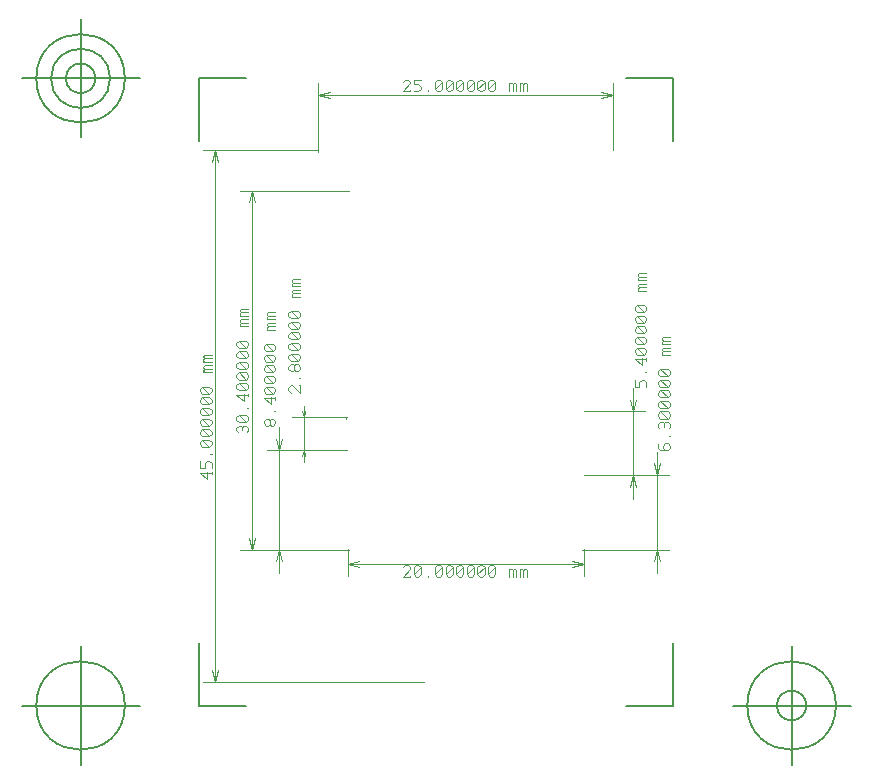
<source format=gbr>
G04 Generated by Ultiboard 11.0 *
%FSLAX25Y25*%
%MOIN*%

%ADD10C,0.00004*%
%ADD11C,0.00500*%


G04 ColorRGB 868686 for the following layer *
%LNEMI_Shield_Dimensions*%
%LPD*%
%FSLAX25Y25*%
%MOIN*%
G54D10*
X24134Y-128994D02*
X24921Y-128207D01*
X24921Y-128207D02*
X25709Y-128207D01*
X25709Y-128207D02*
X26496Y-128994D01*
X26496Y-128994D02*
X26496Y-129388D01*
X26496Y-129388D02*
X24134Y-132144D01*
X24134Y-132144D02*
X26496Y-132144D01*
X26496Y-132144D02*
X26496Y-131750D01*
X27677Y-128994D02*
X28465Y-128207D01*
X28465Y-128207D02*
X29252Y-128207D01*
X29252Y-128207D02*
X30039Y-128994D01*
X30039Y-128994D02*
X30039Y-131356D01*
X30039Y-131356D02*
X29252Y-132144D01*
X29252Y-132144D02*
X28465Y-132144D01*
X28465Y-132144D02*
X27677Y-131356D01*
X27677Y-131356D02*
X27677Y-128994D01*
X30039Y-128994D02*
X27677Y-131356D01*
X32402Y-132144D02*
X32402Y-131750D01*
X34764Y-128994D02*
X35551Y-128207D01*
X35551Y-128207D02*
X36339Y-128207D01*
X36339Y-128207D02*
X37126Y-128994D01*
X37126Y-128994D02*
X37126Y-131356D01*
X37126Y-131356D02*
X36339Y-132144D01*
X36339Y-132144D02*
X35551Y-132144D01*
X35551Y-132144D02*
X34764Y-131356D01*
X34764Y-131356D02*
X34764Y-128994D01*
X37126Y-128994D02*
X34764Y-131356D01*
X38307Y-128994D02*
X39094Y-128207D01*
X39094Y-128207D02*
X39882Y-128207D01*
X39882Y-128207D02*
X40669Y-128994D01*
X40669Y-128994D02*
X40669Y-131356D01*
X40669Y-131356D02*
X39882Y-132144D01*
X39882Y-132144D02*
X39094Y-132144D01*
X39094Y-132144D02*
X38307Y-131356D01*
X38307Y-131356D02*
X38307Y-128994D01*
X40669Y-128994D02*
X38307Y-131356D01*
X41850Y-128994D02*
X42638Y-128207D01*
X42638Y-128207D02*
X43425Y-128207D01*
X43425Y-128207D02*
X44213Y-128994D01*
X44213Y-128994D02*
X44213Y-131356D01*
X44213Y-131356D02*
X43425Y-132144D01*
X43425Y-132144D02*
X42638Y-132144D01*
X42638Y-132144D02*
X41850Y-131356D01*
X41850Y-131356D02*
X41850Y-128994D01*
X44213Y-128994D02*
X41850Y-131356D01*
X45394Y-128994D02*
X46181Y-128207D01*
X46181Y-128207D02*
X46969Y-128207D01*
X46969Y-128207D02*
X47756Y-128994D01*
X47756Y-128994D02*
X47756Y-131356D01*
X47756Y-131356D02*
X46969Y-132144D01*
X46969Y-132144D02*
X46181Y-132144D01*
X46181Y-132144D02*
X45394Y-131356D01*
X45394Y-131356D02*
X45394Y-128994D01*
X47756Y-128994D02*
X45394Y-131356D01*
X48937Y-128994D02*
X49724Y-128207D01*
X49724Y-128207D02*
X50512Y-128207D01*
X50512Y-128207D02*
X51299Y-128994D01*
X51299Y-128994D02*
X51299Y-131356D01*
X51299Y-131356D02*
X50512Y-132144D01*
X50512Y-132144D02*
X49724Y-132144D01*
X49724Y-132144D02*
X48937Y-131356D01*
X48937Y-131356D02*
X48937Y-128994D01*
X51299Y-128994D02*
X48937Y-131356D01*
X52480Y-128994D02*
X53268Y-128207D01*
X53268Y-128207D02*
X54055Y-128207D01*
X54055Y-128207D02*
X54843Y-128994D01*
X54843Y-128994D02*
X54843Y-131356D01*
X54843Y-131356D02*
X54055Y-132144D01*
X54055Y-132144D02*
X53268Y-132144D01*
X53268Y-132144D02*
X52480Y-131356D01*
X52480Y-131356D02*
X52480Y-128994D01*
X54843Y-128994D02*
X52480Y-131356D01*
X59567Y-132144D02*
X59567Y-129781D01*
X59567Y-129781D02*
X59567Y-129388D01*
X59567Y-129781D02*
X59961Y-129388D01*
X59961Y-129388D02*
X60354Y-129388D01*
X60354Y-129388D02*
X60748Y-129781D01*
X60748Y-129781D02*
X61142Y-129388D01*
X61142Y-129388D02*
X61535Y-129388D01*
X61535Y-129388D02*
X61929Y-129781D01*
X61929Y-129781D02*
X61929Y-132144D01*
X60748Y-129781D02*
X60748Y-132144D01*
X63110Y-132144D02*
X63110Y-129781D01*
X63110Y-129781D02*
X63110Y-129388D01*
X63110Y-129781D02*
X63504Y-129388D01*
X63504Y-129388D02*
X63898Y-129388D01*
X63898Y-129388D02*
X64291Y-129781D01*
X64291Y-129781D02*
X64685Y-129388D01*
X64685Y-129388D02*
X65079Y-129388D01*
X65079Y-129388D02*
X65472Y-129781D01*
X65472Y-129781D02*
X65472Y-132144D01*
X64291Y-129781D02*
X64291Y-132144D01*
X5630Y-122758D02*
X5630Y-131750D01*
X84370Y-122758D02*
X84370Y-131750D01*
X9567Y-128797D02*
X5630Y-127813D01*
X5630Y-127813D02*
X9567Y-126829D01*
X45000Y-127813D02*
X5630Y-127813D01*
X80433Y-126829D02*
X84370Y-127813D01*
X84370Y-127813D02*
X80433Y-128797D01*
X45000Y-127813D02*
X84370Y-127813D01*
X-41220Y-97096D02*
X-41220Y-99459D01*
X-41220Y-99459D02*
X-43583Y-97490D01*
X-43583Y-97490D02*
X-39646Y-97490D01*
X-39646Y-97884D02*
X-39646Y-97096D01*
X-43583Y-93553D02*
X-43583Y-95915D01*
X-43583Y-95915D02*
X-42008Y-95915D01*
X-42008Y-95915D02*
X-42008Y-94341D01*
X-42008Y-94341D02*
X-41220Y-93553D01*
X-41220Y-93553D02*
X-40433Y-93553D01*
X-40433Y-93553D02*
X-39646Y-94341D01*
X-39646Y-94341D02*
X-39646Y-95915D01*
X-39646Y-91191D02*
X-40039Y-91191D01*
X-42795Y-88829D02*
X-43583Y-88041D01*
X-43583Y-88041D02*
X-43583Y-87254D01*
X-43583Y-87254D02*
X-42795Y-86467D01*
X-42795Y-86467D02*
X-40433Y-86467D01*
X-40433Y-86467D02*
X-39646Y-87254D01*
X-39646Y-87254D02*
X-39646Y-88041D01*
X-39646Y-88041D02*
X-40433Y-88829D01*
X-40433Y-88829D02*
X-42795Y-88829D01*
X-42795Y-86467D02*
X-40433Y-88829D01*
X-42795Y-85285D02*
X-43583Y-84498D01*
X-43583Y-84498D02*
X-43583Y-83711D01*
X-43583Y-83711D02*
X-42795Y-82923D01*
X-42795Y-82923D02*
X-40433Y-82923D01*
X-40433Y-82923D02*
X-39646Y-83711D01*
X-39646Y-83711D02*
X-39646Y-84498D01*
X-39646Y-84498D02*
X-40433Y-85285D01*
X-40433Y-85285D02*
X-42795Y-85285D01*
X-42795Y-82923D02*
X-40433Y-85285D01*
X-42795Y-81742D02*
X-43583Y-80955D01*
X-43583Y-80955D02*
X-43583Y-80167D01*
X-43583Y-80167D02*
X-42795Y-79380D01*
X-42795Y-79380D02*
X-40433Y-79380D01*
X-40433Y-79380D02*
X-39646Y-80167D01*
X-39646Y-80167D02*
X-39646Y-80955D01*
X-39646Y-80955D02*
X-40433Y-81742D01*
X-40433Y-81742D02*
X-42795Y-81742D01*
X-42795Y-79380D02*
X-40433Y-81742D01*
X-42795Y-78199D02*
X-43583Y-77411D01*
X-43583Y-77411D02*
X-43583Y-76624D01*
X-43583Y-76624D02*
X-42795Y-75837D01*
X-42795Y-75837D02*
X-40433Y-75837D01*
X-40433Y-75837D02*
X-39646Y-76624D01*
X-39646Y-76624D02*
X-39646Y-77411D01*
X-39646Y-77411D02*
X-40433Y-78199D01*
X-40433Y-78199D02*
X-42795Y-78199D01*
X-42795Y-75837D02*
X-40433Y-78199D01*
X-42795Y-74656D02*
X-43583Y-73868D01*
X-43583Y-73868D02*
X-43583Y-73081D01*
X-43583Y-73081D02*
X-42795Y-72293D01*
X-42795Y-72293D02*
X-40433Y-72293D01*
X-40433Y-72293D02*
X-39646Y-73081D01*
X-39646Y-73081D02*
X-39646Y-73868D01*
X-39646Y-73868D02*
X-40433Y-74656D01*
X-40433Y-74656D02*
X-42795Y-74656D01*
X-42795Y-72293D02*
X-40433Y-74656D01*
X-42795Y-71112D02*
X-43583Y-70325D01*
X-43583Y-70325D02*
X-43583Y-69537D01*
X-43583Y-69537D02*
X-42795Y-68750D01*
X-42795Y-68750D02*
X-40433Y-68750D01*
X-40433Y-68750D02*
X-39646Y-69537D01*
X-39646Y-69537D02*
X-39646Y-70325D01*
X-39646Y-70325D02*
X-40433Y-71112D01*
X-40433Y-71112D02*
X-42795Y-71112D01*
X-42795Y-68750D02*
X-40433Y-71112D01*
X-39646Y-64026D02*
X-42008Y-64026D01*
X-42008Y-64026D02*
X-42402Y-64026D01*
X-42008Y-64026D02*
X-42402Y-63632D01*
X-42402Y-63632D02*
X-42402Y-63238D01*
X-42402Y-63238D02*
X-42008Y-62844D01*
X-42008Y-62844D02*
X-42402Y-62451D01*
X-42402Y-62451D02*
X-42402Y-62057D01*
X-42402Y-62057D02*
X-42008Y-61663D01*
X-42008Y-61663D02*
X-39646Y-61663D01*
X-42008Y-62844D02*
X-39646Y-62844D01*
X-39646Y-60482D02*
X-42008Y-60482D01*
X-42008Y-60482D02*
X-42402Y-60482D01*
X-42008Y-60482D02*
X-42402Y-60089D01*
X-42402Y-60089D02*
X-42402Y-59695D01*
X-42402Y-59695D02*
X-42008Y-59301D01*
X-42008Y-59301D02*
X-42402Y-58907D01*
X-42402Y-58907D02*
X-42402Y-58514D01*
X-42402Y-58514D02*
X-42008Y-58120D01*
X-42008Y-58120D02*
X-39646Y-58120D01*
X-42008Y-59301D02*
X-39646Y-59301D01*
X31220Y-167175D02*
X-42402Y-167175D01*
X-4213Y9990D02*
X-42402Y9990D01*
X-37480Y-163238D02*
X-38465Y-167175D01*
X-38465Y-167175D02*
X-39449Y-163238D01*
X-38465Y-78593D02*
X-38465Y-167175D01*
X-39449Y6053D02*
X-38465Y9990D01*
X-38465Y9990D02*
X-37480Y6053D01*
X-38465Y-78593D02*
X-38465Y9990D01*
X-30984Y-83711D02*
X-31378Y-83317D01*
X-31378Y-83317D02*
X-31378Y-82530D01*
X-31378Y-82530D02*
X-30591Y-81742D01*
X-30591Y-81742D02*
X-29803Y-81742D01*
X-29803Y-81742D02*
X-29409Y-82136D01*
X-29409Y-82136D02*
X-29016Y-81742D01*
X-29016Y-81742D02*
X-28228Y-81742D01*
X-28228Y-81742D02*
X-27441Y-82530D01*
X-27441Y-82530D02*
X-27441Y-83317D01*
X-27441Y-83317D02*
X-27835Y-83711D01*
X-29409Y-83317D02*
X-29409Y-82136D01*
X-30591Y-80561D02*
X-31378Y-79774D01*
X-31378Y-79774D02*
X-31378Y-78986D01*
X-31378Y-78986D02*
X-30591Y-78199D01*
X-30591Y-78199D02*
X-28228Y-78199D01*
X-28228Y-78199D02*
X-27441Y-78986D01*
X-27441Y-78986D02*
X-27441Y-79774D01*
X-27441Y-79774D02*
X-28228Y-80561D01*
X-28228Y-80561D02*
X-30591Y-80561D01*
X-30591Y-78199D02*
X-28228Y-80561D01*
X-27441Y-75837D02*
X-27835Y-75837D01*
X-29016Y-71112D02*
X-29016Y-73474D01*
X-29016Y-73474D02*
X-31378Y-71506D01*
X-31378Y-71506D02*
X-27441Y-71506D01*
X-27441Y-71900D02*
X-27441Y-71112D01*
X-30591Y-69931D02*
X-31378Y-69144D01*
X-31378Y-69144D02*
X-31378Y-68356D01*
X-31378Y-68356D02*
X-30591Y-67569D01*
X-30591Y-67569D02*
X-28228Y-67569D01*
X-28228Y-67569D02*
X-27441Y-68356D01*
X-27441Y-68356D02*
X-27441Y-69144D01*
X-27441Y-69144D02*
X-28228Y-69931D01*
X-28228Y-69931D02*
X-30591Y-69931D01*
X-30591Y-67569D02*
X-28228Y-69931D01*
X-30591Y-66388D02*
X-31378Y-65600D01*
X-31378Y-65600D02*
X-31378Y-64813D01*
X-31378Y-64813D02*
X-30591Y-64026D01*
X-30591Y-64026D02*
X-28228Y-64026D01*
X-28228Y-64026D02*
X-27441Y-64813D01*
X-27441Y-64813D02*
X-27441Y-65600D01*
X-27441Y-65600D02*
X-28228Y-66388D01*
X-28228Y-66388D02*
X-30591Y-66388D01*
X-30591Y-64026D02*
X-28228Y-66388D01*
X-30591Y-62844D02*
X-31378Y-62057D01*
X-31378Y-62057D02*
X-31378Y-61270D01*
X-31378Y-61270D02*
X-30591Y-60482D01*
X-30591Y-60482D02*
X-28228Y-60482D01*
X-28228Y-60482D02*
X-27441Y-61270D01*
X-27441Y-61270D02*
X-27441Y-62057D01*
X-27441Y-62057D02*
X-28228Y-62844D01*
X-28228Y-62844D02*
X-30591Y-62844D01*
X-30591Y-60482D02*
X-28228Y-62844D01*
X-30591Y-59301D02*
X-31378Y-58514D01*
X-31378Y-58514D02*
X-31378Y-57726D01*
X-31378Y-57726D02*
X-30591Y-56939D01*
X-30591Y-56939D02*
X-28228Y-56939D01*
X-28228Y-56939D02*
X-27441Y-57726D01*
X-27441Y-57726D02*
X-27441Y-58514D01*
X-27441Y-58514D02*
X-28228Y-59301D01*
X-28228Y-59301D02*
X-30591Y-59301D01*
X-30591Y-56939D02*
X-28228Y-59301D01*
X-30591Y-55758D02*
X-31378Y-54970D01*
X-31378Y-54970D02*
X-31378Y-54183D01*
X-31378Y-54183D02*
X-30591Y-53396D01*
X-30591Y-53396D02*
X-28228Y-53396D01*
X-28228Y-53396D02*
X-27441Y-54183D01*
X-27441Y-54183D02*
X-27441Y-54970D01*
X-27441Y-54970D02*
X-28228Y-55758D01*
X-28228Y-55758D02*
X-30591Y-55758D01*
X-30591Y-53396D02*
X-28228Y-55758D01*
X-27441Y-48671D02*
X-29803Y-48671D01*
X-29803Y-48671D02*
X-30197Y-48671D01*
X-29803Y-48671D02*
X-30197Y-48278D01*
X-30197Y-48278D02*
X-30197Y-47884D01*
X-30197Y-47884D02*
X-29803Y-47490D01*
X-29803Y-47490D02*
X-30197Y-47096D01*
X-30197Y-47096D02*
X-30197Y-46703D01*
X-30197Y-46703D02*
X-29803Y-46309D01*
X-29803Y-46309D02*
X-27441Y-46309D01*
X-29803Y-47490D02*
X-27441Y-47490D01*
X-27441Y-45128D02*
X-29803Y-45128D01*
X-29803Y-45128D02*
X-30197Y-45128D01*
X-29803Y-45128D02*
X-30197Y-44734D01*
X-30197Y-44734D02*
X-30197Y-44341D01*
X-30197Y-44341D02*
X-29803Y-43947D01*
X-29803Y-43947D02*
X-30197Y-43553D01*
X-30197Y-43553D02*
X-30197Y-43159D01*
X-30197Y-43159D02*
X-29803Y-42766D01*
X-29803Y-42766D02*
X-27441Y-42766D01*
X-29803Y-43947D02*
X-27441Y-43947D01*
X6173Y-123081D02*
X-30197Y-123081D01*
X6161Y-3396D02*
X-30197Y-3396D01*
X-25276Y-119144D02*
X-26260Y-123081D01*
X-26260Y-123081D02*
X-27244Y-119144D01*
X-26260Y-63238D02*
X-26260Y-123081D01*
X-27244Y-7333D02*
X-26260Y-3396D01*
X-26260Y-3396D02*
X-25276Y-7333D01*
X-26260Y-63238D02*
X-26260Y-3396D01*
X-18386Y-80167D02*
X-18386Y-80955D01*
X-18386Y-80955D02*
X-19173Y-81742D01*
X-19173Y-81742D02*
X-19961Y-81742D01*
X-19961Y-81742D02*
X-20354Y-81348D01*
X-20354Y-81348D02*
X-20748Y-81742D01*
X-20748Y-81742D02*
X-21535Y-81742D01*
X-21535Y-81742D02*
X-22323Y-80955D01*
X-22323Y-80955D02*
X-22323Y-80167D01*
X-22323Y-80167D02*
X-21535Y-79380D01*
X-21535Y-79380D02*
X-20748Y-79380D01*
X-20748Y-79380D02*
X-20354Y-79774D01*
X-20354Y-79774D02*
X-19961Y-79380D01*
X-19961Y-79380D02*
X-19173Y-79380D01*
X-19173Y-79380D02*
X-18386Y-80167D01*
X-20354Y-81348D02*
X-20354Y-79774D01*
X-18386Y-77018D02*
X-18780Y-77018D01*
X-19961Y-72293D02*
X-19961Y-74656D01*
X-19961Y-74656D02*
X-22323Y-72687D01*
X-22323Y-72687D02*
X-18386Y-72687D01*
X-18386Y-73081D02*
X-18386Y-72293D01*
X-21535Y-71112D02*
X-22323Y-70325D01*
X-22323Y-70325D02*
X-22323Y-69537D01*
X-22323Y-69537D02*
X-21535Y-68750D01*
X-21535Y-68750D02*
X-19173Y-68750D01*
X-19173Y-68750D02*
X-18386Y-69537D01*
X-18386Y-69537D02*
X-18386Y-70325D01*
X-18386Y-70325D02*
X-19173Y-71112D01*
X-19173Y-71112D02*
X-21535Y-71112D01*
X-21535Y-68750D02*
X-19173Y-71112D01*
X-21535Y-67569D02*
X-22323Y-66781D01*
X-22323Y-66781D02*
X-22323Y-65994D01*
X-22323Y-65994D02*
X-21535Y-65207D01*
X-21535Y-65207D02*
X-19173Y-65207D01*
X-19173Y-65207D02*
X-18386Y-65994D01*
X-18386Y-65994D02*
X-18386Y-66781D01*
X-18386Y-66781D02*
X-19173Y-67569D01*
X-19173Y-67569D02*
X-21535Y-67569D01*
X-21535Y-65207D02*
X-19173Y-67569D01*
X-21535Y-64026D02*
X-22323Y-63238D01*
X-22323Y-63238D02*
X-22323Y-62451D01*
X-22323Y-62451D02*
X-21535Y-61663D01*
X-21535Y-61663D02*
X-19173Y-61663D01*
X-19173Y-61663D02*
X-18386Y-62451D01*
X-18386Y-62451D02*
X-18386Y-63238D01*
X-18386Y-63238D02*
X-19173Y-64026D01*
X-19173Y-64026D02*
X-21535Y-64026D01*
X-21535Y-61663D02*
X-19173Y-64026D01*
X-21535Y-60482D02*
X-22323Y-59695D01*
X-22323Y-59695D02*
X-22323Y-58907D01*
X-22323Y-58907D02*
X-21535Y-58120D01*
X-21535Y-58120D02*
X-19173Y-58120D01*
X-19173Y-58120D02*
X-18386Y-58907D01*
X-18386Y-58907D02*
X-18386Y-59695D01*
X-18386Y-59695D02*
X-19173Y-60482D01*
X-19173Y-60482D02*
X-21535Y-60482D01*
X-21535Y-58120D02*
X-19173Y-60482D01*
X-21535Y-56939D02*
X-22323Y-56152D01*
X-22323Y-56152D02*
X-22323Y-55364D01*
X-22323Y-55364D02*
X-21535Y-54577D01*
X-21535Y-54577D02*
X-19173Y-54577D01*
X-19173Y-54577D02*
X-18386Y-55364D01*
X-18386Y-55364D02*
X-18386Y-56152D01*
X-18386Y-56152D02*
X-19173Y-56939D01*
X-19173Y-56939D02*
X-21535Y-56939D01*
X-21535Y-54577D02*
X-19173Y-56939D01*
X-18386Y-49852D02*
X-20748Y-49852D01*
X-20748Y-49852D02*
X-21142Y-49852D01*
X-20748Y-49852D02*
X-21142Y-49459D01*
X-21142Y-49459D02*
X-21142Y-49065D01*
X-21142Y-49065D02*
X-20748Y-48671D01*
X-20748Y-48671D02*
X-21142Y-48278D01*
X-21142Y-48278D02*
X-21142Y-47884D01*
X-21142Y-47884D02*
X-20748Y-47490D01*
X-20748Y-47490D02*
X-18386Y-47490D01*
X-20748Y-48671D02*
X-18386Y-48671D01*
X-18386Y-46309D02*
X-20748Y-46309D01*
X-20748Y-46309D02*
X-21142Y-46309D01*
X-20748Y-46309D02*
X-21142Y-45915D01*
X-21142Y-45915D02*
X-21142Y-45522D01*
X-21142Y-45522D02*
X-20748Y-45128D01*
X-20748Y-45128D02*
X-21142Y-44734D01*
X-21142Y-44734D02*
X-21142Y-44341D01*
X-21142Y-44341D02*
X-20748Y-43947D01*
X-20748Y-43947D02*
X-18386Y-43947D01*
X-20748Y-45128D02*
X-18386Y-45128D01*
X6102Y-123081D02*
X-21142Y-123081D01*
X5591Y-90010D02*
X-21142Y-90010D01*
X-17205Y-106545D02*
X-17205Y-123081D01*
X-18189Y-127018D02*
X-17205Y-123081D01*
X-17205Y-123081D02*
X-16220Y-127018D01*
X-17205Y-130955D02*
X-17205Y-123081D01*
X-17205Y-106545D02*
X-17205Y-90010D01*
X-16220Y-86073D02*
X-17205Y-90010D01*
X-17205Y-90010D02*
X-18189Y-86073D01*
X-17205Y-82136D02*
X-17205Y-90010D01*
X-13268Y-70719D02*
X-14055Y-69931D01*
X-14055Y-69931D02*
X-14055Y-69144D01*
X-14055Y-69144D02*
X-13268Y-68356D01*
X-13268Y-68356D02*
X-12874Y-68356D01*
X-12874Y-68356D02*
X-10118Y-70719D01*
X-10118Y-70719D02*
X-10118Y-68356D01*
X-10118Y-68356D02*
X-10512Y-68356D01*
X-10118Y-65994D02*
X-10512Y-65994D01*
X-10118Y-62057D02*
X-10118Y-62844D01*
X-10118Y-62844D02*
X-10906Y-63632D01*
X-10906Y-63632D02*
X-11693Y-63632D01*
X-11693Y-63632D02*
X-12087Y-63238D01*
X-12087Y-63238D02*
X-12480Y-63632D01*
X-12480Y-63632D02*
X-13268Y-63632D01*
X-13268Y-63632D02*
X-14055Y-62844D01*
X-14055Y-62844D02*
X-14055Y-62057D01*
X-14055Y-62057D02*
X-13268Y-61270D01*
X-13268Y-61270D02*
X-12480Y-61270D01*
X-12480Y-61270D02*
X-12087Y-61663D01*
X-12087Y-61663D02*
X-11693Y-61270D01*
X-11693Y-61270D02*
X-10906Y-61270D01*
X-10906Y-61270D02*
X-10118Y-62057D01*
X-12087Y-63238D02*
X-12087Y-61663D01*
X-13268Y-60089D02*
X-14055Y-59301D01*
X-14055Y-59301D02*
X-14055Y-58514D01*
X-14055Y-58514D02*
X-13268Y-57726D01*
X-13268Y-57726D02*
X-10906Y-57726D01*
X-10906Y-57726D02*
X-10118Y-58514D01*
X-10118Y-58514D02*
X-10118Y-59301D01*
X-10118Y-59301D02*
X-10906Y-60089D01*
X-10906Y-60089D02*
X-13268Y-60089D01*
X-13268Y-57726D02*
X-10906Y-60089D01*
X-13268Y-56545D02*
X-14055Y-55758D01*
X-14055Y-55758D02*
X-14055Y-54970D01*
X-14055Y-54970D02*
X-13268Y-54183D01*
X-13268Y-54183D02*
X-10906Y-54183D01*
X-10906Y-54183D02*
X-10118Y-54970D01*
X-10118Y-54970D02*
X-10118Y-55758D01*
X-10118Y-55758D02*
X-10906Y-56545D01*
X-10906Y-56545D02*
X-13268Y-56545D01*
X-13268Y-54183D02*
X-10906Y-56545D01*
X-13268Y-53002D02*
X-14055Y-52215D01*
X-14055Y-52215D02*
X-14055Y-51427D01*
X-14055Y-51427D02*
X-13268Y-50640D01*
X-13268Y-50640D02*
X-10906Y-50640D01*
X-10906Y-50640D02*
X-10118Y-51427D01*
X-10118Y-51427D02*
X-10118Y-52215D01*
X-10118Y-52215D02*
X-10906Y-53002D01*
X-10906Y-53002D02*
X-13268Y-53002D01*
X-13268Y-50640D02*
X-10906Y-53002D01*
X-13268Y-49459D02*
X-14055Y-48671D01*
X-14055Y-48671D02*
X-14055Y-47884D01*
X-14055Y-47884D02*
X-13268Y-47096D01*
X-13268Y-47096D02*
X-10906Y-47096D01*
X-10906Y-47096D02*
X-10118Y-47884D01*
X-10118Y-47884D02*
X-10118Y-48671D01*
X-10118Y-48671D02*
X-10906Y-49459D01*
X-10906Y-49459D02*
X-13268Y-49459D01*
X-13268Y-47096D02*
X-10906Y-49459D01*
X-13268Y-45915D02*
X-14055Y-45128D01*
X-14055Y-45128D02*
X-14055Y-44341D01*
X-14055Y-44341D02*
X-13268Y-43553D01*
X-13268Y-43553D02*
X-10906Y-43553D01*
X-10906Y-43553D02*
X-10118Y-44341D01*
X-10118Y-44341D02*
X-10118Y-45128D01*
X-10118Y-45128D02*
X-10906Y-45915D01*
X-10906Y-45915D02*
X-13268Y-45915D01*
X-13268Y-43553D02*
X-10906Y-45915D01*
X-10118Y-38829D02*
X-12480Y-38829D01*
X-12480Y-38829D02*
X-12874Y-38829D01*
X-12480Y-38829D02*
X-12874Y-38435D01*
X-12874Y-38435D02*
X-12874Y-38041D01*
X-12874Y-38041D02*
X-12480Y-37648D01*
X-12480Y-37648D02*
X-12874Y-37254D01*
X-12874Y-37254D02*
X-12874Y-36860D01*
X-12874Y-36860D02*
X-12480Y-36467D01*
X-12480Y-36467D02*
X-10118Y-36467D01*
X-12480Y-37648D02*
X-10118Y-37648D01*
X-10118Y-35285D02*
X-12480Y-35285D01*
X-12480Y-35285D02*
X-12874Y-35285D01*
X-12480Y-35285D02*
X-12874Y-34892D01*
X-12874Y-34892D02*
X-12874Y-34498D01*
X-12874Y-34498D02*
X-12480Y-34104D01*
X-12480Y-34104D02*
X-12874Y-33711D01*
X-12874Y-33711D02*
X-12874Y-33317D01*
X-12874Y-33317D02*
X-12480Y-32923D01*
X-12480Y-32923D02*
X-10118Y-32923D01*
X-12480Y-34104D02*
X-10118Y-34104D01*
X5472Y-90010D02*
X-12874Y-90010D01*
X5433Y-78986D02*
X-12874Y-78986D01*
X-8937Y-84498D02*
X-8937Y-90010D01*
X-9429Y-91978D02*
X-8937Y-90010D01*
X-8937Y-90010D02*
X-8445Y-91978D01*
X-8937Y-93947D02*
X-8937Y-90010D01*
X-8937Y-84498D02*
X-8937Y-78986D01*
X-8445Y-77018D02*
X-8937Y-78986D01*
X-8937Y-78986D02*
X-9429Y-77018D01*
X-8937Y-75049D02*
X-8937Y-78986D01*
X24134Y32825D02*
X24921Y33612D01*
X24921Y33612D02*
X25709Y33612D01*
X25709Y33612D02*
X26496Y32825D01*
X26496Y32825D02*
X26496Y32431D01*
X26496Y32431D02*
X24134Y29675D01*
X24134Y29675D02*
X26496Y29675D01*
X26496Y29675D02*
X26496Y30069D01*
X30039Y33612D02*
X27677Y33612D01*
X27677Y33612D02*
X27677Y32037D01*
X27677Y32037D02*
X29252Y32037D01*
X29252Y32037D02*
X30039Y31250D01*
X30039Y31250D02*
X30039Y30463D01*
X30039Y30463D02*
X29252Y29675D01*
X29252Y29675D02*
X27677Y29675D01*
X32402Y29675D02*
X32402Y30069D01*
X34764Y32825D02*
X35551Y33612D01*
X35551Y33612D02*
X36339Y33612D01*
X36339Y33612D02*
X37126Y32825D01*
X37126Y32825D02*
X37126Y30463D01*
X37126Y30463D02*
X36339Y29675D01*
X36339Y29675D02*
X35551Y29675D01*
X35551Y29675D02*
X34764Y30463D01*
X34764Y30463D02*
X34764Y32825D01*
X37126Y32825D02*
X34764Y30463D01*
X38307Y32825D02*
X39094Y33612D01*
X39094Y33612D02*
X39882Y33612D01*
X39882Y33612D02*
X40669Y32825D01*
X40669Y32825D02*
X40669Y30463D01*
X40669Y30463D02*
X39882Y29675D01*
X39882Y29675D02*
X39094Y29675D01*
X39094Y29675D02*
X38307Y30463D01*
X38307Y30463D02*
X38307Y32825D01*
X40669Y32825D02*
X38307Y30463D01*
X41850Y32825D02*
X42638Y33612D01*
X42638Y33612D02*
X43425Y33612D01*
X43425Y33612D02*
X44213Y32825D01*
X44213Y32825D02*
X44213Y30463D01*
X44213Y30463D02*
X43425Y29675D01*
X43425Y29675D02*
X42638Y29675D01*
X42638Y29675D02*
X41850Y30463D01*
X41850Y30463D02*
X41850Y32825D01*
X44213Y32825D02*
X41850Y30463D01*
X45394Y32825D02*
X46181Y33612D01*
X46181Y33612D02*
X46969Y33612D01*
X46969Y33612D02*
X47756Y32825D01*
X47756Y32825D02*
X47756Y30463D01*
X47756Y30463D02*
X46969Y29675D01*
X46969Y29675D02*
X46181Y29675D01*
X46181Y29675D02*
X45394Y30463D01*
X45394Y30463D02*
X45394Y32825D01*
X47756Y32825D02*
X45394Y30463D01*
X48937Y32825D02*
X49724Y33612D01*
X49724Y33612D02*
X50512Y33612D01*
X50512Y33612D02*
X51299Y32825D01*
X51299Y32825D02*
X51299Y30463D01*
X51299Y30463D02*
X50512Y29675D01*
X50512Y29675D02*
X49724Y29675D01*
X49724Y29675D02*
X48937Y30463D01*
X48937Y30463D02*
X48937Y32825D01*
X51299Y32825D02*
X48937Y30463D01*
X52480Y32825D02*
X53268Y33612D01*
X53268Y33612D02*
X54055Y33612D01*
X54055Y33612D02*
X54843Y32825D01*
X54843Y32825D02*
X54843Y30463D01*
X54843Y30463D02*
X54055Y29675D01*
X54055Y29675D02*
X53268Y29675D01*
X53268Y29675D02*
X52480Y30463D01*
X52480Y30463D02*
X52480Y32825D01*
X54843Y32825D02*
X52480Y30463D01*
X59567Y29675D02*
X59567Y32037D01*
X59567Y32037D02*
X59567Y32431D01*
X59567Y32037D02*
X59961Y32431D01*
X59961Y32431D02*
X60354Y32431D01*
X60354Y32431D02*
X60748Y32037D01*
X60748Y32037D02*
X61142Y32431D01*
X61142Y32431D02*
X61535Y32431D01*
X61535Y32431D02*
X61929Y32037D01*
X61929Y32037D02*
X61929Y29675D01*
X60748Y32037D02*
X60748Y29675D01*
X63110Y29675D02*
X63110Y32037D01*
X63110Y32037D02*
X63110Y32431D01*
X63110Y32037D02*
X63504Y32431D01*
X63504Y32431D02*
X63898Y32431D01*
X63898Y32431D02*
X64291Y32037D01*
X64291Y32037D02*
X64685Y32431D01*
X64685Y32431D02*
X65079Y32431D01*
X65079Y32431D02*
X65472Y32037D01*
X65472Y32037D02*
X65472Y29675D01*
X64291Y32037D02*
X64291Y29675D01*
X-4213Y9596D02*
X-4213Y32431D01*
X94213Y9990D02*
X94213Y32431D01*
X-276Y27510D02*
X-4213Y28494D01*
X-4213Y28494D02*
X-276Y29478D01*
X45000Y28494D02*
X-4213Y28494D01*
X90276Y29478D02*
X94213Y28494D01*
X94213Y28494D02*
X90276Y27510D01*
X45000Y28494D02*
X94213Y28494D01*
X109173Y-88041D02*
X109173Y-89222D01*
X109173Y-89222D02*
X109961Y-90010D01*
X109961Y-90010D02*
X111535Y-90010D01*
X111535Y-90010D02*
X112323Y-90010D01*
X112323Y-90010D02*
X113110Y-89222D01*
X113110Y-89222D02*
X113110Y-88435D01*
X113110Y-88435D02*
X112323Y-87648D01*
X112323Y-87648D02*
X111535Y-87648D01*
X111535Y-87648D02*
X110748Y-88435D01*
X110748Y-88435D02*
X110748Y-89222D01*
X110748Y-89222D02*
X111535Y-90010D01*
X113110Y-85285D02*
X112717Y-85285D01*
X109567Y-82530D02*
X109173Y-82136D01*
X109173Y-82136D02*
X109173Y-81348D01*
X109173Y-81348D02*
X109961Y-80561D01*
X109961Y-80561D02*
X110748Y-80561D01*
X110748Y-80561D02*
X111142Y-80955D01*
X111142Y-80955D02*
X111535Y-80561D01*
X111535Y-80561D02*
X112323Y-80561D01*
X112323Y-80561D02*
X113110Y-81348D01*
X113110Y-81348D02*
X113110Y-82136D01*
X113110Y-82136D02*
X112717Y-82530D01*
X111142Y-82136D02*
X111142Y-80955D01*
X109961Y-79380D02*
X109173Y-78593D01*
X109173Y-78593D02*
X109173Y-77805D01*
X109173Y-77805D02*
X109961Y-77018D01*
X109961Y-77018D02*
X112323Y-77018D01*
X112323Y-77018D02*
X113110Y-77805D01*
X113110Y-77805D02*
X113110Y-78593D01*
X113110Y-78593D02*
X112323Y-79380D01*
X112323Y-79380D02*
X109961Y-79380D01*
X109961Y-77018D02*
X112323Y-79380D01*
X109961Y-75837D02*
X109173Y-75049D01*
X109173Y-75049D02*
X109173Y-74262D01*
X109173Y-74262D02*
X109961Y-73474D01*
X109961Y-73474D02*
X112323Y-73474D01*
X112323Y-73474D02*
X113110Y-74262D01*
X113110Y-74262D02*
X113110Y-75049D01*
X113110Y-75049D02*
X112323Y-75837D01*
X112323Y-75837D02*
X109961Y-75837D01*
X109961Y-73474D02*
X112323Y-75837D01*
X109961Y-72293D02*
X109173Y-71506D01*
X109173Y-71506D02*
X109173Y-70719D01*
X109173Y-70719D02*
X109961Y-69931D01*
X109961Y-69931D02*
X112323Y-69931D01*
X112323Y-69931D02*
X113110Y-70719D01*
X113110Y-70719D02*
X113110Y-71506D01*
X113110Y-71506D02*
X112323Y-72293D01*
X112323Y-72293D02*
X109961Y-72293D01*
X109961Y-69931D02*
X112323Y-72293D01*
X109961Y-68750D02*
X109173Y-67963D01*
X109173Y-67963D02*
X109173Y-67175D01*
X109173Y-67175D02*
X109961Y-66388D01*
X109961Y-66388D02*
X112323Y-66388D01*
X112323Y-66388D02*
X113110Y-67175D01*
X113110Y-67175D02*
X113110Y-67963D01*
X113110Y-67963D02*
X112323Y-68750D01*
X112323Y-68750D02*
X109961Y-68750D01*
X109961Y-66388D02*
X112323Y-68750D01*
X109961Y-65207D02*
X109173Y-64419D01*
X109173Y-64419D02*
X109173Y-63632D01*
X109173Y-63632D02*
X109961Y-62844D01*
X109961Y-62844D02*
X112323Y-62844D01*
X112323Y-62844D02*
X113110Y-63632D01*
X113110Y-63632D02*
X113110Y-64419D01*
X113110Y-64419D02*
X112323Y-65207D01*
X112323Y-65207D02*
X109961Y-65207D01*
X109961Y-62844D02*
X112323Y-65207D01*
X113110Y-58120D02*
X110748Y-58120D01*
X110748Y-58120D02*
X110354Y-58120D01*
X110748Y-58120D02*
X110354Y-57726D01*
X110354Y-57726D02*
X110354Y-57333D01*
X110354Y-57333D02*
X110748Y-56939D01*
X110748Y-56939D02*
X110354Y-56545D01*
X110354Y-56545D02*
X110354Y-56152D01*
X110354Y-56152D02*
X110748Y-55758D01*
X110748Y-55758D02*
X113110Y-55758D01*
X110748Y-56939D02*
X113110Y-56939D01*
X113110Y-54577D02*
X110748Y-54577D01*
X110748Y-54577D02*
X110354Y-54577D01*
X110748Y-54577D02*
X110354Y-54183D01*
X110354Y-54183D02*
X110354Y-53789D01*
X110354Y-53789D02*
X110748Y-53396D01*
X110748Y-53396D02*
X110354Y-53002D01*
X110354Y-53002D02*
X110354Y-52608D01*
X110354Y-52608D02*
X110748Y-52215D01*
X110748Y-52215D02*
X113110Y-52215D01*
X110748Y-53396D02*
X113110Y-53396D01*
X83937Y-123081D02*
X112717Y-123081D01*
X84567Y-98278D02*
X112717Y-98278D01*
X108780Y-110679D02*
X108780Y-123081D01*
X107795Y-127018D02*
X108780Y-123081D01*
X108780Y-123081D02*
X109764Y-127018D01*
X108780Y-130955D02*
X108780Y-123081D01*
X108780Y-110679D02*
X108780Y-98278D01*
X109764Y-94341D02*
X108780Y-98278D01*
X108780Y-98278D02*
X107795Y-94341D01*
X108780Y-90404D02*
X108780Y-98278D01*
X5039Y-78986D02*
X5039Y-79380D01*
X101299Y-66388D02*
X101299Y-68750D01*
X101299Y-68750D02*
X102874Y-68750D01*
X102874Y-68750D02*
X102874Y-67175D01*
X102874Y-67175D02*
X103661Y-66388D01*
X103661Y-66388D02*
X104449Y-66388D01*
X104449Y-66388D02*
X105236Y-67175D01*
X105236Y-67175D02*
X105236Y-68750D01*
X105236Y-64026D02*
X104843Y-64026D01*
X103661Y-59301D02*
X103661Y-61663D01*
X103661Y-61663D02*
X101299Y-59695D01*
X101299Y-59695D02*
X105236Y-59695D01*
X105236Y-60089D02*
X105236Y-59301D01*
X102087Y-58120D02*
X101299Y-57333D01*
X101299Y-57333D02*
X101299Y-56545D01*
X101299Y-56545D02*
X102087Y-55758D01*
X102087Y-55758D02*
X104449Y-55758D01*
X104449Y-55758D02*
X105236Y-56545D01*
X105236Y-56545D02*
X105236Y-57333D01*
X105236Y-57333D02*
X104449Y-58120D01*
X104449Y-58120D02*
X102087Y-58120D01*
X102087Y-55758D02*
X104449Y-58120D01*
X102087Y-54577D02*
X101299Y-53789D01*
X101299Y-53789D02*
X101299Y-53002D01*
X101299Y-53002D02*
X102087Y-52215D01*
X102087Y-52215D02*
X104449Y-52215D01*
X104449Y-52215D02*
X105236Y-53002D01*
X105236Y-53002D02*
X105236Y-53789D01*
X105236Y-53789D02*
X104449Y-54577D01*
X104449Y-54577D02*
X102087Y-54577D01*
X102087Y-52215D02*
X104449Y-54577D01*
X102087Y-51033D02*
X101299Y-50246D01*
X101299Y-50246D02*
X101299Y-49459D01*
X101299Y-49459D02*
X102087Y-48671D01*
X102087Y-48671D02*
X104449Y-48671D01*
X104449Y-48671D02*
X105236Y-49459D01*
X105236Y-49459D02*
X105236Y-50246D01*
X105236Y-50246D02*
X104449Y-51033D01*
X104449Y-51033D02*
X102087Y-51033D01*
X102087Y-48671D02*
X104449Y-51033D01*
X102087Y-47490D02*
X101299Y-46703D01*
X101299Y-46703D02*
X101299Y-45915D01*
X101299Y-45915D02*
X102087Y-45128D01*
X102087Y-45128D02*
X104449Y-45128D01*
X104449Y-45128D02*
X105236Y-45915D01*
X105236Y-45915D02*
X105236Y-46703D01*
X105236Y-46703D02*
X104449Y-47490D01*
X104449Y-47490D02*
X102087Y-47490D01*
X102087Y-45128D02*
X104449Y-47490D01*
X102087Y-43947D02*
X101299Y-43159D01*
X101299Y-43159D02*
X101299Y-42372D01*
X101299Y-42372D02*
X102087Y-41585D01*
X102087Y-41585D02*
X104449Y-41585D01*
X104449Y-41585D02*
X105236Y-42372D01*
X105236Y-42372D02*
X105236Y-43159D01*
X105236Y-43159D02*
X104449Y-43947D01*
X104449Y-43947D02*
X102087Y-43947D01*
X102087Y-41585D02*
X104449Y-43947D01*
X105236Y-36860D02*
X102874Y-36860D01*
X102874Y-36860D02*
X102480Y-36860D01*
X102874Y-36860D02*
X102480Y-36467D01*
X102480Y-36467D02*
X102480Y-36073D01*
X102480Y-36073D02*
X102874Y-35679D01*
X102874Y-35679D02*
X102480Y-35285D01*
X102480Y-35285D02*
X102480Y-34892D01*
X102480Y-34892D02*
X102874Y-34498D01*
X102874Y-34498D02*
X105236Y-34498D01*
X102874Y-35679D02*
X105236Y-35679D01*
X105236Y-33317D02*
X102874Y-33317D01*
X102874Y-33317D02*
X102480Y-33317D01*
X102874Y-33317D02*
X102480Y-32923D01*
X102480Y-32923D02*
X102480Y-32530D01*
X102480Y-32530D02*
X102874Y-32136D01*
X102874Y-32136D02*
X102480Y-31742D01*
X102480Y-31742D02*
X102480Y-31348D01*
X102480Y-31348D02*
X102874Y-30955D01*
X102874Y-30955D02*
X105236Y-30955D01*
X102874Y-32136D02*
X105236Y-32136D01*
X84823Y-98278D02*
X104843Y-98278D01*
X84563Y-77018D02*
X104843Y-77018D01*
X100906Y-87648D02*
X100906Y-98278D01*
X99921Y-102215D02*
X100906Y-98278D01*
X100906Y-98278D02*
X101890Y-102215D01*
X100906Y-106152D02*
X100906Y-98278D01*
X100906Y-87648D02*
X100906Y-77018D01*
X101890Y-73081D02*
X100906Y-77018D01*
X100906Y-77018D02*
X99921Y-73081D01*
X100906Y-69144D02*
X100906Y-77018D01*
G54D11*
X-43976Y-175049D02*
X-43976Y-154144D01*
X-43976Y-175049D02*
X-28150Y-175049D01*
X114291Y-175049D02*
X98465Y-175049D01*
X114291Y-175049D02*
X114291Y-154144D01*
X114291Y34006D02*
X114291Y13100D01*
X114291Y34006D02*
X98465Y34006D01*
X-43976Y34006D02*
X-28150Y34006D01*
X-43976Y34006D02*
X-43976Y13100D01*
X-63661Y-175049D02*
X-103031Y-175049D01*
X-83346Y-194734D02*
X-83346Y-155364D01*
X-98110Y-175049D02*
G75*
D01*
G02X-98110Y-175049I14764J0*
G01*
X133976Y-175049D02*
X173346Y-175049D01*
X153661Y-194734D02*
X153661Y-155364D01*
X138898Y-175049D02*
G75*
D01*
G02X138898Y-175049I14764J0*
G01*
X148740Y-175049D02*
G75*
D01*
G02X148740Y-175049I4921J0*
G01*
X-63661Y34006D02*
X-103031Y34006D01*
X-83346Y14321D02*
X-83346Y53691D01*
X-98110Y34006D02*
G75*
D01*
G02X-98110Y34006I14764J0*
G01*
X-93189Y34006D02*
G75*
D01*
G02X-93189Y34006I9843J0*
G01*
X-88268Y34006D02*
G75*
D01*
G02X-88268Y34006I4921J0*
G01*

M00*

</source>
